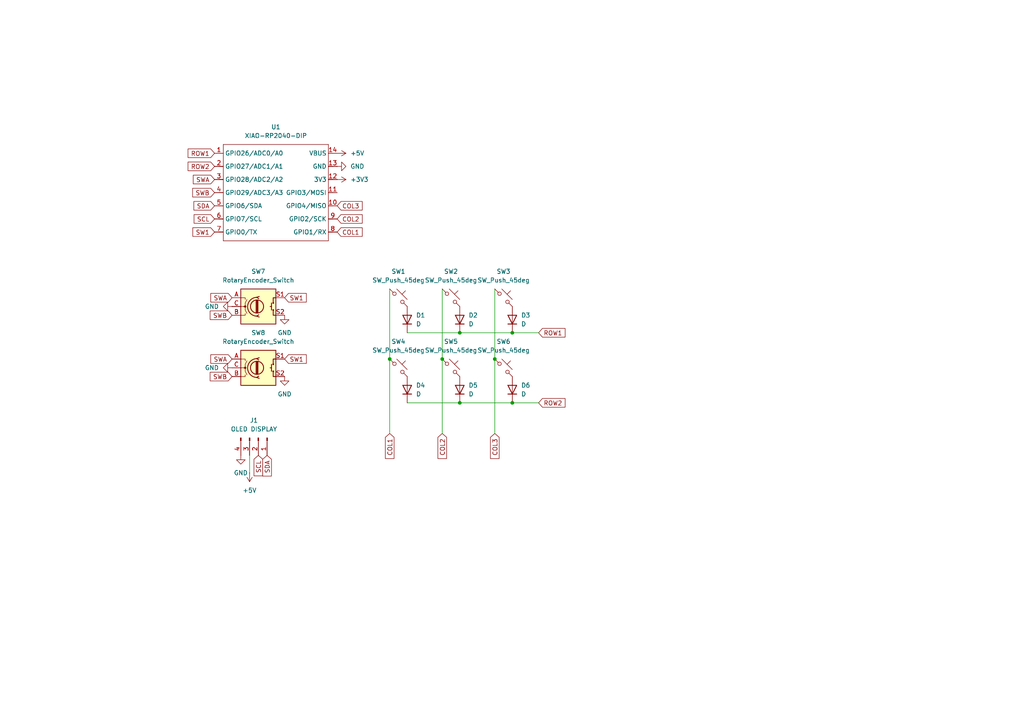
<source format=kicad_sch>
(kicad_sch (version 20231120) (generator "eeschema") (generator_version "8.0")
  (paper "A4")
  (lib_symbols
    (symbol "Connector:Conn_01x04_Pin" (pin_names (offset 1.016) hide)
      (property "Reference" "J" (at 0 5.08 0))
      (property "Value" "Conn_01x04_Pin" (at 0 -7.62 0))
      (symbol "Conn_01x04_Pin_1_1"
        (polyline (pts (xy 1.27 -5.08) (xy 0.8636 -5.08)) (stroke (width 0.1524)))
        (polyline (pts (xy 1.27 -2.54) (xy 0.8636 -2.54)) (stroke (width 0.1524)))
        (polyline (pts (xy 1.27 0) (xy 0.8636 0)) (stroke (width 0.1524)))
        (polyline (pts (xy 1.27 2.54) (xy 0.8636 2.54)) (stroke (width 0.1524)))
        (rectangle (start 0.8636 -4.953) (end 0 -5.207) (stroke (width 0.1524)) (fill (type outline)))
        (rectangle (start 0.8636 -2.413) (end 0 -2.667) (stroke (width 0.1524)) (fill (type outline)))
        (rectangle (start 0.8636 0.127) (end 0 -0.127) (stroke (width 0.1524)) (fill (type outline)))
        (rectangle (start 0.8636 2.667) (end 0 2.413) (stroke (width 0.1524)) (fill (type outline)))
        (pin passive line (at 5.08 2.54 180) (length 3.81) (name "Pin_1") (number "1"))
        (pin passive line (at 5.08 0 180) (length 3.81) (name "Pin_2") (number "2"))
        (pin passive line (at 5.08 -2.54 180) (length 3.81) (name "Pin_3") (number "3"))
        (pin passive line (at 5.08 -5.08 180) (length 3.81) (name "Pin_4") (number "4"))
      )
    )
    (symbol "Device:D" (pin_numbers hide) (pin_names (offset 1.016) hide)
      (property "Reference" "D" (at 0 2.54 0))
      (property "Value" "D" (at 0 -2.54 0))
      (symbol "D_0_1"
        (polyline (pts (xy -1.27 1.27) (xy -1.27 -1.27)) (stroke (width 0.254)))
        (polyline (pts (xy 1.27 0) (xy -1.27 0)))
        (polyline (pts (xy 1.27 1.27) (xy 1.27 -1.27) (xy -1.27 0) (xy 1.27 1.27)) (stroke (width 0.254)))
      )
      (symbol "D_1_1"
        (pin passive line (at -3.81 0 0) (length 2.54) (name "K") (number "1"))
        (pin passive line (at 3.81 0 180) (length 2.54) (name "A") (number "2"))
      )
    )
    (symbol "Device:RotaryEncoder_Switch" (pin_names (offset 0.254) hide)
      (property "Reference" "SW" (at 0 6.604 0))
      (property "Value" "RotaryEncoder_Switch" (at 0 -6.604 0))
      (symbol "RotaryEncoder_Switch_0_1"
        (rectangle (start -5.08 5.08) (end 5.08 -5.08) (stroke (width 0.254)) (fill (type background)))
        (circle (center -3.81 0) (radius 0.254) (fill (type outline)))
        (circle (center -0.381 0) (radius 1.905) (stroke (width 0.254)))
        (arc (start -0.381 2.667) (mid -3.0988 -0.0635) (end -0.381 -2.794) (stroke (width 0.254)))
        (polyline (pts (xy -0.635 -1.778) (xy -0.635 1.778)) (stroke (width 0.254)))
        (polyline (pts (xy -0.381 -1.778) (xy -0.381 1.778)) (stroke (width 0.254)))
        (polyline (pts (xy -0.127 1.778) (xy -0.127 -1.778)) (stroke (width 0.254)))
        (polyline (pts (xy 3.81 0) (xy 3.429 0)) (stroke (width 0.254)))
        (polyline (pts (xy 3.81 1.016) (xy 3.81 -1.016)) (stroke (width 0.254)))
        (polyline (pts (xy -5.08 -2.54) (xy -3.81 -2.54) (xy -3.81 -2.032)))
        (polyline (pts (xy -5.08 2.54) (xy -3.81 2.54) (xy -3.81 2.032)))
        (polyline (pts (xy 0.254 -3.048) (xy -0.508 -2.794) (xy 0.127 -2.413)) (stroke (width 0.254)))
        (polyline (pts (xy 0.254 2.921) (xy -0.508 2.667) (xy 0.127 2.286)) (stroke (width 0.254)))
        (polyline (pts (xy 5.08 -2.54) (xy 4.318 -2.54) (xy 4.318 -1.016)) (stroke (width 0.254)))
        (polyline (pts (xy 5.08 2.54) (xy 4.318 2.54) (xy 4.318 1.016)) (stroke (width 0.254)))
        (polyline (pts (xy -5.08 0) (xy -3.81 0) (xy -3.81 -1.016) (xy -3.302 -2.032)))
        (polyline (pts (xy -4.318 0) (xy -3.81 0) (xy -3.81 1.016) (xy -3.302 2.032)))
        (circle (center 4.318 -1.016) (radius 0.127) (stroke (width 0.254)))
        (circle (center 4.318 1.016) (radius 0.127) (stroke (width 0.254)))
      )
      (symbol "RotaryEncoder_Switch_1_1"
        (pin passive line (at -7.62 2.54 0) (length 2.54) (name "A") (number "A"))
        (pin passive line (at -7.62 -2.54 0) (length 2.54) (name "B") (number "B"))
        (pin passive line (at -7.62 0 0) (length 2.54) (name "C") (number "C"))
        (pin passive line (at 7.62 2.54 180) (length 2.54) (name "S1") (number "S1"))
        (pin passive line (at 7.62 -2.54 180) (length 2.54) (name "S2") (number "S2"))
      )
    )
    (symbol "Seeed_Studio_XIAO_Series:XIAO-RP2040-DIP"
      (property "Reference" "U" (at 0 0 0))
      (property "Value" "XIAO-RP2040-DIP" (at 5.334 -1.778 0))
      (symbol "XIAO-RP2040-DIP_1_0"
        (polyline (pts (xy -1.27 -30.48) (xy -1.27 -16.51)) (stroke (width 0.1524)))
        (polyline (pts (xy -1.27 -27.94) (xy -2.54 -27.94)) (stroke (width 0.1524)))
        (polyline (pts (xy -1.27 -24.13) (xy -2.54 -24.13)) (stroke (width 0.1524)))
        (polyline (pts (xy -1.27 -20.32) (xy -2.54 -20.32)) (stroke (width 0.1524)))
        (polyline (pts (xy -1.27 -16.51) (xy -2.54 -16.51)) (stroke (width 0.1524)))
        (polyline (pts (xy -1.27 -16.51) (xy -1.27 -12.7)) (stroke (width 0.1524)))
        (polyline (pts (xy -1.27 -12.7) (xy -2.54 -12.7)) (stroke (width 0.1524)))
        (polyline (pts (xy -1.27 -12.7) (xy -1.27 -8.89)) (stroke (width 0.1524)))
        (polyline (pts (xy -1.27 -8.89) (xy -2.54 -8.89)) (stroke (width 0.1524)))
        (polyline (pts (xy -1.27 -8.89) (xy -1.27 -5.08)) (stroke (width 0.1524)))
        (polyline (pts (xy -1.27 -5.08) (xy -2.54 -5.08)) (stroke (width 0.1524)))
        (polyline (pts (xy -1.27 -5.08) (xy -1.27 -2.54)) (stroke (width 0.1524)))
        (polyline (pts (xy -1.27 -2.54) (xy 29.21 -2.54)) (stroke (width 0.1524)))
        (polyline (pts (xy 29.21 -30.48) (xy -1.27 -30.48)) (stroke (width 0.1524)))
        (polyline (pts (xy 29.21 -12.7) (xy 29.21 -30.48)) (stroke (width 0.1524)))
        (polyline (pts (xy 29.21 -8.89) (xy 29.21 -12.7)) (stroke (width 0.1524)))
        (polyline (pts (xy 29.21 -5.08) (xy 29.21 -8.89)) (stroke (width 0.1524)))
        (polyline (pts (xy 29.21 -2.54) (xy 29.21 -5.08)) (stroke (width 0.1524)))
        (polyline (pts (xy 30.48 -27.94) (xy 29.21 -27.94)) (stroke (width 0.1524)))
        (polyline (pts (xy 30.48 -24.13) (xy 29.21 -24.13)) (stroke (width 0.1524)))
        (polyline (pts (xy 30.48 -20.32) (xy 29.21 -20.32)) (stroke (width 0.1524)))
        (polyline (pts (xy 30.48 -16.51) (xy 29.21 -16.51)) (stroke (width 0.1524)))
        (polyline (pts (xy 30.48 -12.7) (xy 29.21 -12.7)) (stroke (width 0.1524)))
        (polyline (pts (xy 30.48 -8.89) (xy 29.21 -8.89)) (stroke (width 0.1524)))
        (polyline (pts (xy 30.48 -5.08) (xy 29.21 -5.08)) (stroke (width 0.1524)))
        (pin passive line (at -3.81 -5.08 0) (length 2.54) (name "GPIO26/ADC0/A0") (number "1"))
        (pin passive line (at 31.75 -20.32 180) (length 2.54) (name "GPIO4/MISO") (number "10"))
        (pin passive line (at 31.75 -16.51 180) (length 2.54) (name "GPIO3/MOSI") (number "11"))
        (pin passive line (at 31.75 -12.7 180) (length 2.54) (name "3V3") (number "12"))
        (pin passive line (at 31.75 -8.89 180) (length 2.54) (name "GND") (number "13"))
        (pin passive line (at 31.75 -5.08 180) (length 2.54) (name "VBUS") (number "14"))
        (pin passive line (at -3.81 -8.89 0) (length 2.54) (name "GPIO27/ADC1/A1") (number "2"))
        (pin passive line (at -3.81 -12.7 0) (length 2.54) (name "GPIO28/ADC2/A2") (number "3"))
        (pin passive line (at -3.81 -16.51 0) (length 2.54) (name "GPIO29/ADC3/A3") (number "4"))
        (pin passive line (at -3.81 -20.32 0) (length 2.54) (name "GPIO6/SDA") (number "5"))
        (pin passive line (at -3.81 -24.13 0) (length 2.54) (name "GPIO7/SCL") (number "6"))
        (pin passive line (at -3.81 -27.94 0) (length 2.54) (name "GPIO0/TX") (number "7"))
        (pin passive line (at 31.75 -27.94 180) (length 2.54) (name "GPIO1/RX") (number "8"))
        (pin passive line (at 31.75 -24.13 180) (length 2.54) (name "GPIO2/SCK") (number "9"))
      )
    )
    (symbol "Switch:SW_Push_45deg" (pin_numbers hide) (pin_names (offset 1.016) hide)
      (property "Reference" "SW" (at 3.048 1.016 0))
      (property "Value" "SW_Push_45deg" (at 0 -3.81 0))
      (symbol "SW_Push_45deg_0_1"
        (circle (center -1.1684 1.1684) (radius 0.508))
        (polyline (pts (xy -0.508 2.54) (xy 2.54 -0.508)))
        (polyline (pts (xy 1.016 1.016) (xy 2.032 2.032)))
        (polyline (pts (xy -2.54 2.54) (xy -1.524 1.524) (xy -1.524 1.524)))
        (polyline (pts (xy 1.524 -1.524) (xy 2.54 -2.54) (xy 2.54 -2.54) (xy 2.54 -2.54)))
        (circle (center 1.143 -1.1938) (radius 0.508))
        (pin passive line (at -2.54 2.54 0) (length 0) (name "1") (number "1"))
        (pin passive line (at 2.54 -2.54 180) (length 0) (name "2") (number "2"))
      )
    )
    (symbol "power:+3V3" (power) (pin_numbers hide) (pin_names (offset 0) hide)
      (property "Value" "+3V3" (at 0 3.556 0))
      (symbol "+3V3_0_1"
        (polyline (pts (xy -0.762 1.27) (xy 0 2.54)))
        (polyline (pts (xy 0 0) (xy 0 2.54)))
        (polyline (pts (xy 0 2.54) (xy 0.762 1.27)))
      )
      (symbol "+3V3_1_1"
        (pin power_in line (at 0 0 90) (length 0) (name "~") (number "1"))
      )
    )
    (symbol "power:+5V" (power) (pin_numbers hide) (pin_names (offset 0) hide)
      (property "Value" "+5V" (at 0 3.556 0))
      (symbol "+5V_0_1"
        (polyline (pts (xy -0.762 1.27) (xy 0 2.54)))
        (polyline (pts (xy 0 0) (xy 0 2.54)))
        (polyline (pts (xy 0 2.54) (xy 0.762 1.27)))
      )
      (symbol "+5V_1_1"
        (pin power_in line (at 0 0 90) (length 0) (name "~") (number "1"))
      )
    )
    (symbol "power:GND" (power) (pin_numbers hide) (pin_names (offset 0) hide)
      (property "Value" "GND" (at 0 -3.81 0))
      (symbol "GND_0_1"
        (polyline (pts (xy 0 0) (xy 0 -1.27) (xy 1.27 -1.27) (xy 0 -2.54) (xy -1.27 -1.27) (xy 0 -1.27)))
      )
      (symbol "GND_1_1"
        (pin power_in line (at 0 0 270) (length 0) (name "~") (number "1"))
      )
    )
  )
  (junction (at 128.27 104.14))
  (junction (at 143.51 104.14))
  (junction (at 148.59 116.84))
  (junction (at 133.35 116.84))
  (junction (at 133.35 96.52))
  (junction (at 113.03 104.14))
  (junction (at 148.59 96.52))
  (wire (pts (xy 143.51 83.82) (xy 143.51 104.14)))
  (wire (pts (xy 148.59 96.52) (xy 156.21 96.52)))
  (wire (pts (xy 113.03 83.82) (xy 113.03 104.14)))
  (wire (pts (xy 143.51 125.73) (xy 143.51 104.14)))
  (wire (pts (xy 156.21 116.84) (xy 148.59 116.84)))
  (wire (pts (xy 113.03 125.73) (xy 113.03 104.14)))
  (wire (pts (xy 118.11 116.84) (xy 133.35 116.84)))
  (wire (pts (xy 133.35 116.84) (xy 148.59 116.84)))
  (wire (pts (xy 72.39 137.16) (xy 72.39 132.08)))
  (wire (pts (xy 128.27 83.82) (xy 128.27 104.14)))
  (wire (pts (xy 128.27 125.73) (xy 128.27 104.14)))
  (wire (pts (xy 133.35 96.52) (xy 148.59 96.52)))
  (wire (pts (xy 118.11 96.52) (xy 133.35 96.52)))
  (global_label "SDA" (shape input) (at 77.47 132.08 270) (property "Intersheetrefs" "${INTERSHEET_REFS}" (effects (hide yes))))
  (global_label "COL2" (shape input) (at 97.79 63.5 0) (property "Intersheetrefs" "${INTERSHEET_REFS}" (effects (hide yes))))
  (global_label "SWB" (shape input) (at 62.23 55.88 180) (property "Intersheetrefs" "${INTERSHEET_REFS}" (effects (hide yes))))
  (global_label "COL3" (shape input) (at 143.51 125.73 270) (property "Intersheetrefs" "${INTERSHEET_REFS}" (effects (hide yes))))
  (global_label "SW1" (shape input) (at 62.23 67.31 180) (property "Intersheetrefs" "${INTERSHEET_REFS}" (effects (hide yes))))
  (global_label "SCL" (shape input) (at 62.23 63.5 180) (property "Intersheetrefs" "${INTERSHEET_REFS}" (effects (hide yes))))
  (global_label "SCL" (shape input) (at 74.93 132.08 270) (property "Intersheetrefs" "${INTERSHEET_REFS}" (effects (hide yes))))
  (global_label "SWB" (shape input) (at 67.31 109.22 180) (property "Intersheetrefs" "${INTERSHEET_REFS}" (effects (hide yes))))
  (global_label "SWA" (shape input) (at 67.31 86.36 180) (property "Intersheetrefs" "${INTERSHEET_REFS}" (effects (hide yes))))
  (global_label "COL2" (shape input) (at 128.27 125.73 270) (property "Intersheetrefs" "${INTERSHEET_REFS}" (effects (hide yes))))
  (global_label "ROW2" (shape input) (at 156.21 116.84 0) (property "Intersheetrefs" "${INTERSHEET_REFS}" (effects (hide yes))))
  (global_label "SW1" (shape input) (at 82.55 86.36 0) (property "Intersheetrefs" "${INTERSHEET_REFS}" (effects (hide yes))))
  (global_label "ROW1" (shape input) (at 62.23 44.45 180) (property "Intersheetrefs" "${INTERSHEET_REFS}" (effects (hide yes))))
  (global_label "SWA" (shape input) (at 67.31 104.14 180) (property "Intersheetrefs" "${INTERSHEET_REFS}" (effects (hide yes))))
  (global_label "SW1" (shape input) (at 82.55 104.14 0) (property "Intersheetrefs" "${INTERSHEET_REFS}" (effects (hide yes))))
  (global_label "COL1" (shape input) (at 113.03 125.73 270) (property "Intersheetrefs" "${INTERSHEET_REFS}" (effects (hide yes))))
  (global_label "ROW1" (shape input) (at 156.21 96.52 0) (property "Intersheetrefs" "${INTERSHEET_REFS}" (effects (hide yes))))
  (global_label "COL3" (shape input) (at 97.79 59.69 0) (property "Intersheetrefs" "${INTERSHEET_REFS}" (effects (hide yes))))
  (global_label "SWB" (shape input) (at 67.31 91.44 180) (property "Intersheetrefs" "${INTERSHEET_REFS}" (effects (hide yes))))
  (global_label "ROW2" (shape input) (at 62.23 48.26 180) (property "Intersheetrefs" "${INTERSHEET_REFS}" (effects (hide yes))))
  (global_label "COL1" (shape input) (at 97.79 67.31 0) (property "Intersheetrefs" "${INTERSHEET_REFS}" (effects (hide yes))))
  (global_label "SWA" (shape input) (at 62.23 52.07 180) (property "Intersheetrefs" "${INTERSHEET_REFS}" (effects (hide yes))))
  (global_label "SDA" (shape input) (at 62.23 59.69 180) (property "Intersheetrefs" "${INTERSHEET_REFS}" (effects (hide yes))))
  (symbol (lib_id "power:GND") (at 97.79 48.26 90) (unit 1)
    (property "Reference" "#PWR01" (effects (hide yes)))
    (property "Value" "GND" (at 101.6 48.2599 90) (effects (justify right)))
    (property "Description" "Power symbol creates a global label with name \"GND\" , ground" (effects (hide yes)))
  )
  (symbol (lib_id "Device:D") (at 133.35 113.03 90) (unit 1)
    (property "Reference" "D5" (at 135.89 111.7599 90) (effects (justify right)))
    (property "Value" "D" (at 135.89 114.2999 90) (effects (justify right)))
    (property "Footprint" "Diode_THT:D_DO-35_SOD27_P7.62mm_Horizontal" (effects (hide yes)))
    (property "Description" "Diode" (effects (hide yes)))
    (property "Sim.Device" "D" (effects (hide yes)))
    (property "Sim.Pins" "1=K 2=A" (effects (hide yes)))
  )
  (symbol (lib_id "power:+5V") (at 97.79 44.45 270) (unit 1)
    (property "Reference" "#PWR03" (effects (hide yes)))
    (property "Value" "+5V" (at 101.6 44.4499 90) (effects (justify left)))
    (property "Description" "Power symbol creates a global label with name \"+5V\"" (effects (hide yes)))
  )
  (symbol (lib_id "power:GND") (at 82.55 109.22 0) (unit 1)
    (property "Reference" "#PWR04" (effects (hide yes)))
    (property "Value" "GND" (at 82.55 114.3 0))
    (property "Description" "Power symbol creates a global label with name \"GND\" , ground" (effects (hide yes)))
  )
  (symbol (lib_id "Switch:SW_Push_45deg") (at 115.57 86.36 0) (unit 1)
    (property "Reference" "SW1" (at 115.57 78.74 0))
    (property "Value" "SW_Push_45deg" (at 115.57 81.28 0))
    (property "Footprint" "Button_Switch_Keyboard:SW_Cherry_MX_1.00u_PCB" (effects (hide yes)))
    (property "Description" "Push button switch, normally open, two pins, 45° tilted" (effects (hide yes)))
  )
  (symbol (lib_id "power:GND") (at 67.31 88.9 270) (unit 1)
    (property "Reference" "#PWR06" (effects (hide yes)))
    (property "Value" "GND" (at 63.5 88.8999 90) (effects (justify right)))
    (property "Description" "Power symbol creates a global label with name \"GND\" , ground" (effects (hide yes)))
  )
  (symbol (lib_id "Device:D") (at 118.11 113.03 90) (unit 1)
    (property "Reference" "D4" (at 120.65 111.7599 90) (effects (justify right)))
    (property "Value" "D" (at 120.65 114.2999 90) (effects (justify right)))
    (property "Footprint" "Diode_THT:D_DO-35_SOD27_P7.62mm_Horizontal" (effects (hide yes)))
    (property "Description" "Diode" (effects (hide yes)))
    (property "Sim.Device" "D" (effects (hide yes)))
    (property "Sim.Pins" "1=K 2=A" (effects (hide yes)))
  )
  (symbol (lib_id "Connector:Conn_01x04_Pin") (at 74.93 127 270) (unit 1)
    (property "Reference" "J1" (at 73.66 121.92 90))
    (property "Value" "OLED DISPLAY" (at 73.66 124.46 90))
    (property "Footprint" "Foot:SSD1306-0.91-OLED-4pin-128x32" (effects (hide yes)))
    (property "Description" "Generic connector, single row, 01x04, script generated" (effects (hide yes)))
  )
  (symbol (lib_id "Device:D") (at 148.59 113.03 90) (unit 1)
    (property "Reference" "D6" (at 151.13 111.7599 90) (effects (justify right)))
    (property "Value" "D" (at 151.13 114.2999 90) (effects (justify right)))
    (property "Footprint" "Diode_THT:D_DO-35_SOD27_P7.62mm_Horizontal" (effects (hide yes)))
    (property "Description" "Diode" (effects (hide yes)))
    (property "Sim.Device" "D" (effects (hide yes)))
    (property "Sim.Pins" "1=K 2=A" (effects (hide yes)))
  )
  (symbol (lib_id "power:GND") (at 67.31 106.68 270) (unit 1)
    (property "Reference" "#PWR07" (effects (hide yes)))
    (property "Value" "GND" (at 63.5 106.6799 90) (effects (justify right)))
    (property "Description" "Power symbol creates a global label with name \"GND\" , ground" (effects (hide yes)))
  )
  (symbol (lib_id "Device:RotaryEncoder_Switch") (at 74.93 106.68 0) (unit 1)
    (property "Reference" "SW8" (at 74.93 96.52 0))
    (property "Value" "RotaryEncoder_Switch" (at 74.93 99.06 0))
    (property "Footprint" "Rotary_Encoder:RotaryEncoder_Alps_EC11E-Switch_Vertical_H20mm" (effects (hide yes)))
    (property "Description" "Rotary encoder, dual channel, incremental quadrate outputs, with switch" (effects (hide yes)))
  )
  (symbol (lib_id "Switch:SW_Push_45deg") (at 115.57 106.68 0) (unit 1)
    (property "Reference" "SW4" (at 115.57 99.06 0))
    (property "Value" "SW_Push_45deg" (at 115.57 101.6 0))
    (property "Footprint" "Button_Switch_Keyboard:SW_Cherry_MX_1.00u_PCB" (effects (hide yes)))
    (property "Description" "Push button switch, normally open, two pins, 45° tilted" (effects (hide yes)))
  )
  (symbol (lib_id "Switch:SW_Push_45deg") (at 146.05 106.68 0) (unit 1)
    (property "Reference" "SW6" (at 146.05 99.06 0))
    (property "Value" "SW_Push_45deg" (at 146.05 101.6 0))
    (property "Footprint" "Button_Switch_Keyboard:SW_Cherry_MX_1.00u_PCB" (effects (hide yes)))
    (property "Description" "Push button switch, normally open, two pins, 45° tilted" (effects (hide yes)))
  )
  (symbol (lib_id "power:+5V") (at 72.39 137.16 180) (unit 1)
    (property "Reference" "#PWR09" (effects (hide yes)))
    (property "Value" "+5V" (at 72.39 142.24 0))
    (property "Description" "Power symbol creates a global label with name \"+5V\"" (effects (hide yes)))
  )
  (symbol (lib_id "Device:D") (at 133.35 92.71 90) (unit 1)
    (property "Reference" "D2" (at 135.89 91.4399 90) (effects (justify right)))
    (property "Value" "D" (at 135.89 93.9799 90) (effects (justify right)))
    (property "Footprint" "Diode_THT:D_DO-35_SOD27_P7.62mm_Horizontal" (effects (hide yes)))
    (property "Description" "Diode" (effects (hide yes)))
    (property "Sim.Device" "D" (effects (hide yes)))
    (property "Sim.Pins" "1=K 2=A" (effects (hide yes)))
  )
  (symbol (lib_id "Switch:SW_Push_45deg") (at 130.81 86.36 0) (unit 1)
    (property "Reference" "SW2" (at 130.81 78.74 0))
    (property "Value" "SW_Push_45deg" (at 130.81 81.28 0))
    (property "Footprint" "Button_Switch_Keyboard:SW_Cherry_MX_1.00u_PCB" (effects (hide yes)))
    (property "Description" "Push button switch, normally open, two pins, 45° tilted" (effects (hide yes)))
  )
  (symbol (lib_id "Seeed_Studio_XIAO_Series:XIAO-RP2040-DIP") (at 66.04 39.37 0) (unit 1)
    (property "Reference" "U1" (at 80.01 36.83 0))
    (property "Value" "XIAO-RP2040-DIP" (at 80.01 39.37 0))
    (property "Footprint" "Foot:XIAO-Generic-Hybrid-14P-2.54-21X17.8MM" (effects (hide yes)))
  )
  (symbol (lib_id "Device:RotaryEncoder_Switch") (at 74.93 88.9 0) (unit 1)
    (property "Reference" "SW7" (at 74.93 78.74 0))
    (property "Value" "RotaryEncoder_Switch" (at 74.93 81.28 0))
    (property "Footprint" "Rotary_Encoder:RotaryEncoder_Alps_EC11E-Switch_Vertical_H20mm" (effects (hide yes)))
    (property "Description" "Rotary encoder, dual channel, incremental quadrate outputs, with switch" (effects (hide yes)))
  )
  (symbol (lib_id "power:+3V3") (at 97.79 52.07 270) (unit 1)
    (property "Reference" "#PWR02" (effects (hide yes)))
    (property "Value" "+3V3" (at 101.6 52.0699 90) (effects (justify left)))
    (property "Description" "Power symbol creates a global label with name \"+3V3\"" (effects (hide yes)))
  )
  (symbol (lib_id "Switch:SW_Push_45deg") (at 146.05 86.36 0) (unit 1)
    (property "Reference" "SW3" (at 146.05 78.74 0))
    (property "Value" "SW_Push_45deg" (at 146.05 81.28 0))
    (property "Footprint" "Button_Switch_Keyboard:SW_Cherry_MX_1.00u_PCB" (effects (hide yes)))
    (property "Description" "Push button switch, normally open, two pins, 45° tilted" (effects (hide yes)))
  )
  (symbol (lib_id "Device:D") (at 118.11 92.71 90) (unit 1)
    (property "Reference" "D1" (at 120.65 91.4399 90) (effects (justify right)))
    (property "Value" "D" (at 120.65 93.9799 90) (effects (justify right)))
    (property "Footprint" "Diode_THT:D_DO-35_SOD27_P7.62mm_Horizontal" (effects (hide yes)))
    (property "Description" "Diode" (effects (hide yes)))
    (property "Sim.Device" "D" (effects (hide yes)))
    (property "Sim.Pins" "1=K 2=A" (effects (hide yes)))
  )
  (symbol (lib_id "power:GND") (at 82.55 91.44 0) (unit 1)
    (property "Reference" "#PWR05" (effects (hide yes)))
    (property "Value" "GND" (at 82.55 96.52 0))
    (property "Description" "Power symbol creates a global label with name \"GND\" , ground" (effects (hide yes)))
  )
  (symbol (lib_id "power:GND") (at 69.85 132.08 0) (unit 1)
    (property "Reference" "#PWR08" (effects (hide yes)))
    (property "Value" "GND" (at 69.85 137.16 0))
    (property "Description" "Power symbol creates a global label with name \"GND\" , ground" (effects (hide yes)))
  )
  (symbol (lib_id "Device:D") (at 148.59 92.71 90) (unit 1)
    (property "Reference" "D3" (at 151.13 91.4399 90) (effects (justify right)))
    (property "Value" "D" (at 151.13 93.9799 90) (effects (justify right)))
    (property "Footprint" "Diode_THT:D_DO-35_SOD27_P7.62mm_Horizontal" (effects (hide yes)))
    (property "Description" "Diode" (effects (hide yes)))
    (property "Sim.Device" "D" (effects (hide yes)))
    (property "Sim.Pins" "1=K 2=A" (effects (hide yes)))
  )
  (symbol (lib_id "Switch:SW_Push_45deg") (at 130.81 106.68 0) (unit 1)
    (property "Reference" "SW5" (at 130.81 99.06 0))
    (property "Value" "SW_Push_45deg" (at 130.81 101.6 0))
    (property "Footprint" "Button_Switch_Keyboard:SW_Cherry_MX_1.00u_PCB" (effects (hide yes)))
    (property "Description" "Push button switch, normally open, two pins, 45° tilted" (effects (hide yes)))
  )
)
</source>
